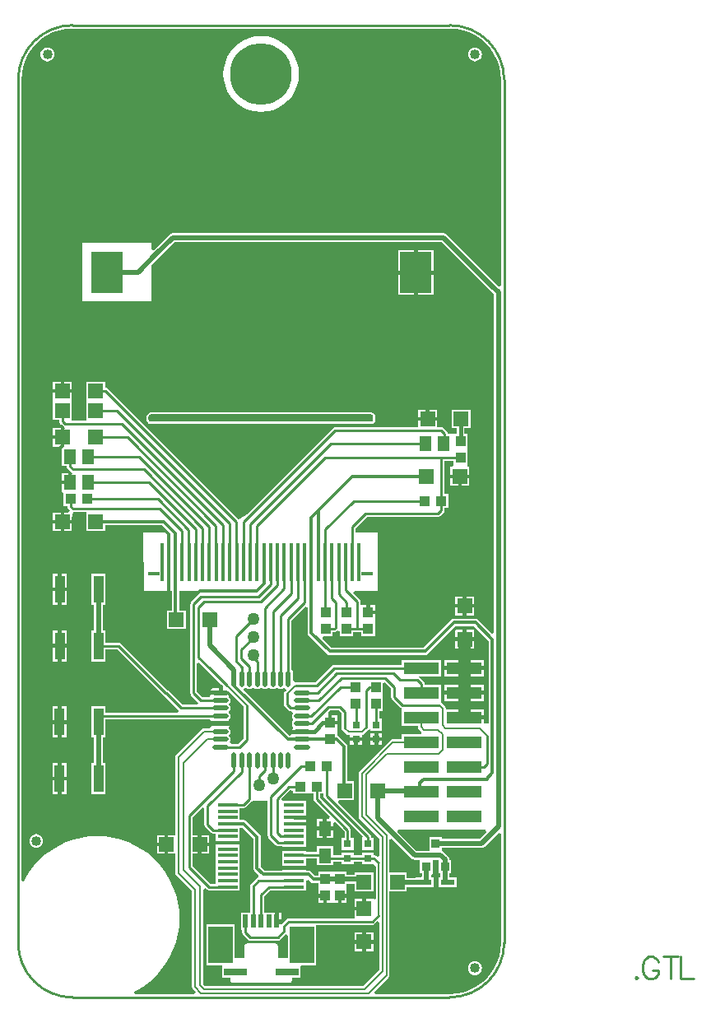
<source format=gtl>
%FSLAX24Y24*%
%MOIN*%
G70*
G01*
G75*
G04 Layer_Physical_Order=1*
G04 Layer_Color=255*
%ADD10R,0.0157X0.1575*%
%ADD11R,0.0600X0.0600*%
%ADD12C,0.0500*%
%ADD13R,0.0394X0.1102*%
%ADD14R,0.0600X0.0600*%
%ADD15R,0.1260X0.1654*%
%ADD16R,0.0433X0.0394*%
%ADD17R,0.0394X0.0433*%
%ADD18R,0.0500X0.0600*%
%ADD19R,0.0512X0.0591*%
%ADD20R,0.0315X0.0315*%
%ADD21R,0.0571X0.0217*%
%ADD22R,0.0197X0.0551*%
%ADD23R,0.0984X0.1496*%
%ADD24R,0.0925X0.0315*%
%ADD25R,0.1449X0.0500*%
%ADD26R,0.1449X0.0500*%
%ADD27R,0.0354X0.0374*%
%ADD28O,0.0217X0.0650*%
%ADD29O,0.0650X0.0217*%
%ADD30R,0.0807X0.0157*%
%ADD31C,0.0400*%
%ADD32C,0.0100*%
%ADD33C,0.0160*%
%ADD34C,0.0140*%
%ADD35C,0.0200*%
%ADD36C,0.0080*%
%ADD37C,0.0120*%
%ADD38C,0.0500*%
%ADD39C,0.0180*%
%ADD40C,0.0150*%
%ADD41C,0.0090*%
%ADD42R,0.0453X0.0157*%
G04:AMPARAMS|DCode=43|XSize=910mil|YSize=30mil|CornerRadius=7.5mil|HoleSize=0mil|Usage=FLASHONLY|Rotation=0.000|XOffset=0mil|YOffset=0mil|HoleType=Round|Shape=RoundedRectangle|*
%AMROUNDEDRECTD43*
21,1,0.9100,0.0150,0,0,0.0*
21,1,0.8950,0.0300,0,0,0.0*
1,1,0.0150,0.4475,-0.0075*
1,1,0.0150,-0.4475,-0.0075*
1,1,0.0150,-0.4475,0.0075*
1,1,0.0150,0.4475,0.0075*
%
%ADD43ROUNDEDRECTD43*%
%ADD44C,0.2500*%
G36*
X15923Y5628D02*
X15963Y5602D01*
X15983Y5588D01*
X16053Y5574D01*
X16278D01*
Y5572D01*
X16278D01*
Y5038D01*
X16352D01*
X16352Y4914D01*
X16281Y4844D01*
X16111D01*
Y4839D01*
X15730D01*
Y5045D01*
X15044D01*
Y6377D01*
X15136Y6415D01*
X15923Y5628D01*
D02*
G37*
G36*
X11841Y4675D02*
X11841D01*
Y4675D01*
D01*
X11841D01*
Y4675D01*
X11841D01*
X11841Y4675D01*
Y4675D01*
X11841Y4675D01*
Y4675D01*
X11890Y4642D01*
X11949Y4631D01*
X12154D01*
Y4487D01*
X12154Y4487D01*
X12154Y4411D01*
X12154D01*
Y4189D01*
X12431D01*
Y4114D01*
X12506D01*
Y3818D01*
X12708D01*
Y3818D01*
X12755D01*
X12779Y3818D01*
Y3818D01*
X12779Y3818D01*
X12779Y3818D01*
Y3818D01*
D01*
X12957D01*
Y4114D01*
X13031D01*
Y4189D01*
X13308D01*
Y4411D01*
D01*
Y4411D01*
X13308Y4411D01*
Y4487D01*
X13308D01*
Y4596D01*
X13620D01*
Y4285D01*
X14380D01*
Y4285D01*
X14408D01*
X14479Y4215D01*
Y3978D01*
X14386D01*
Y3978D01*
X14081D01*
Y3598D01*
X14006D01*
Y3523D01*
X13626D01*
Y3218D01*
D01*
Y3218D01*
X13613Y3205D01*
X10973D01*
X10922Y3195D01*
X10879Y3166D01*
X10743Y3030D01*
X10651Y3068D01*
Y3006D01*
X10472D01*
Y3081D01*
X10397D01*
Y3436D01*
X9975D01*
Y4089D01*
X10222Y4336D01*
X10688D01*
Y4310D01*
X11655D01*
Y4627D01*
X11655D01*
Y4731D01*
X11747Y4769D01*
X11841Y4675D01*
D02*
G37*
G36*
X7545Y7660D02*
Y6988D01*
X7555Y6937D01*
X7583Y6894D01*
X7583Y6894D01*
X7583Y6894D01*
X7800Y6678D01*
D01*
X7800Y6678D01*
X7800Y6678D01*
D01*
D01*
D01*
X7800Y6678D01*
Y6678D01*
X7843Y6649D01*
X7894Y6639D01*
X8011D01*
Y6613D01*
Y6357D01*
Y6335D01*
X8978D01*
Y6357D01*
Y6613D01*
Y6869D01*
Y6875D01*
X9080D01*
X9522Y6433D01*
Y5236D01*
X9522Y5236D01*
X9522D01*
X9534Y5178D01*
X9567Y5128D01*
X9744Y4951D01*
Y4936D01*
X9719Y4852D01*
X9693Y4847D01*
X9650Y4818D01*
X9434Y4602D01*
X9405Y4559D01*
X9395Y4508D01*
Y3436D01*
X9034D01*
Y2725D01*
X9080D01*
Y2618D01*
X9090Y2567D01*
X9119Y2524D01*
X9316Y2328D01*
X9316D01*
X9316Y2328D01*
X9316D01*
X9316Y2328D01*
Y2328D01*
X9316Y2328D01*
Y2328D01*
X9359Y2299D01*
X9409Y2289D01*
X10522D01*
X10572Y2299D01*
X10615Y2328D01*
Y2328D01*
X10615D01*
D01*
D01*
D01*
D01*
D01*
D01*
X10615D01*
D01*
X10615D01*
Y2328D01*
D01*
D01*
D01*
D01*
Y2328D01*
D01*
D01*
D01*
D01*
D01*
D01*
Y2328D01*
D01*
D01*
X10615D01*
D01*
D01*
D01*
X10832Y2544D01*
X10924Y2505D01*
Y1587D01*
X10515D01*
X10515Y2096D01*
X10508Y2128D01*
X10491Y2154D01*
X10464Y2172D01*
X10433Y2178D01*
X9252D01*
X9221Y2172D01*
X9194Y2154D01*
X9177Y2128D01*
X9170Y2096D01*
X9170Y1587D01*
X8761D01*
Y2964D01*
X7617D01*
Y1308D01*
X8247D01*
Y1271D01*
X8247D01*
Y796D01*
X8600D01*
Y679D01*
X8606Y648D01*
X8623Y621D01*
X8650Y604D01*
X8681Y598D01*
X11004D01*
X11035Y604D01*
X11062Y621D01*
X11079Y648D01*
X11085Y679D01*
Y796D01*
X11438D01*
Y1271D01*
D01*
Y1271D01*
X11475Y1308D01*
X12068D01*
Y2940D01*
X14351D01*
X14402Y2950D01*
X14445Y2979D01*
Y2979D01*
X14445D01*
D01*
D01*
D01*
D01*
D01*
D01*
X14445D01*
D01*
X14445D01*
Y2979D01*
D01*
D01*
D01*
D01*
Y2979D01*
D01*
D01*
D01*
D01*
D01*
D01*
Y2979D01*
D01*
D01*
X14445D01*
D01*
D01*
D01*
X14547Y3080D01*
X14639Y3042D01*
Y1122D01*
X13969Y452D01*
X7571D01*
X7492Y531D01*
Y4375D01*
X7585Y4413D01*
X7623Y4375D01*
X7666Y4346D01*
X7717Y4336D01*
X8011D01*
Y4310D01*
X8978D01*
Y4566D01*
Y4822D01*
Y5077D01*
Y5333D01*
Y5589D01*
Y5845D01*
Y6101D01*
Y6185D01*
X8011D01*
Y6101D01*
Y5845D01*
Y5589D01*
Y5333D01*
Y5077D01*
Y4822D01*
Y4601D01*
X7771D01*
X7047Y5325D01*
Y5811D01*
X7273D01*
Y6191D01*
Y6571D01*
X7047D01*
Y7293D01*
X7452Y7698D01*
X7545Y7660D01*
D02*
G37*
G36*
X18979Y6704D02*
X18688Y6414D01*
X17167D01*
Y6497D01*
X16652D01*
Y5963D01*
X16630Y5941D01*
X16129D01*
X15366Y6704D01*
X15405Y6797D01*
X18941D01*
X18979Y6704D01*
D02*
G37*
G36*
X19552Y6628D02*
Y2208D01*
X19554Y2200D01*
X19537Y1937D01*
X19484Y1671D01*
X19397Y1414D01*
X19277Y1171D01*
X19126Y945D01*
X18947Y741D01*
X18743Y562D01*
X18517Y412D01*
X18274Y292D01*
X18017Y204D01*
X17751Y151D01*
X17482Y134D01*
X17480Y136D01*
Y136D01*
X17464Y133D01*
X14466D01*
X14428Y225D01*
X15008Y805D01*
X15034Y844D01*
X15044Y891D01*
X15044D01*
Y891D01*
X15044D01*
Y891D01*
Y891D01*
X15044D01*
X15044Y891D01*
Y4285D01*
X15730D01*
Y4472D01*
X16111D01*
Y4467D01*
X16842D01*
Y4844D01*
X16719D01*
Y4967D01*
X16790Y5038D01*
X16793D01*
Y5572D01*
X16795Y5574D01*
X17026D01*
Y5572D01*
X17026Y5572D01*
X17026Y5572D01*
Y5038D01*
X17100D01*
Y4844D01*
X17036D01*
Y4467D01*
X17767D01*
Y4844D01*
X17467D01*
Y5038D01*
X17541D01*
Y5572D01*
X17467D01*
Y5581D01*
X17455Y5639D01*
X17453Y5651D01*
X17413Y5710D01*
X17236Y5888D01*
X17177Y5927D01*
X17165Y5930D01*
X17162Y5962D01*
X17167Y5963D01*
Y5963D01*
X17167D01*
X17167Y6047D01*
X18765D01*
X18823Y6058D01*
X18835Y6061D01*
X18894Y6101D01*
X19460Y6666D01*
X19552Y6628D01*
D02*
G37*
G36*
X11727Y15789D02*
Y14764D01*
X11727Y14764D01*
X11727D01*
X11739Y14705D01*
X11772Y14656D01*
X12520Y13908D01*
X12569Y13874D01*
X12628Y13863D01*
X16486D01*
X16545Y13874D01*
X16594Y13908D01*
X17711Y15024D01*
X18452D01*
X19048Y14428D01*
Y11086D01*
X18863D01*
Y11262D01*
X18059D01*
Y11337D01*
X17984D01*
Y11667D01*
X17317D01*
Y11703D01*
X17308Y11750D01*
X17297Y11765D01*
X17281Y11789D01*
X17180Y11891D01*
X17180Y11891D01*
X17151Y11934D01*
X17122Y11953D01*
Y12007D01*
X17123D01*
Y12667D01*
X16461D01*
Y12687D01*
X16451Y12738D01*
X16422Y12781D01*
X16422Y12781D01*
D01*
D01*
D01*
D01*
X16422Y12781D01*
D01*
D01*
X16422D01*
X16255Y12948D01*
X16212Y12977D01*
X16161Y12987D01*
X16181Y13007D01*
X17123D01*
Y13667D01*
X15514D01*
Y13469D01*
X12805D01*
X12754Y13459D01*
X12711Y13430D01*
X12048Y12767D01*
X11237D01*
X11214Y12763D01*
X11144Y12820D01*
X11137Y12831D01*
Y13110D01*
X11122Y13184D01*
X11081Y13246D01*
X11077Y13248D01*
Y15270D01*
X11635Y15827D01*
X11727Y15789D01*
D02*
G37*
G36*
X10556Y12500D02*
X10630Y12485D01*
X10703Y12500D01*
X10753Y12533D01*
X10843Y12490D01*
X10850Y12421D01*
X10835Y12406D01*
X10835Y12406D01*
X10792Y12377D01*
X10763Y12334D01*
X10753Y12283D01*
Y11870D01*
X10763Y11819D01*
X10792Y11776D01*
X10950Y11619D01*
D01*
X10950D01*
X10950Y11619D01*
X10950Y11619D01*
X10950D01*
D01*
X10950D01*
X10950Y11619D01*
Y11619D01*
X10950Y11619D01*
Y11619D01*
X10993Y11590D01*
X11043Y11580D01*
X11069D01*
X11116Y11492D01*
X11102Y11471D01*
X11088Y11398D01*
X11102Y11324D01*
X11144Y11262D01*
Y11218D01*
X11102Y11156D01*
X11088Y11083D01*
X11102Y11009D01*
X11144Y10947D01*
Y10903D01*
X11103Y10843D01*
X11496D01*
Y10693D01*
X11103D01*
X11109Y10684D01*
X11075Y10619D01*
X10976Y10604D01*
X9117Y12463D01*
X9129Y12500D01*
X9191Y12541D01*
X9234D01*
X9297Y12500D01*
X9370Y12485D01*
X9444Y12500D01*
X9506Y12541D01*
X9549D01*
X9612Y12500D01*
X9685Y12485D01*
X9758Y12500D01*
X9821Y12541D01*
X9864D01*
X9927Y12500D01*
X10000Y12485D01*
X10073Y12500D01*
X10136Y12541D01*
X10179D01*
X10242Y12500D01*
X10315Y12485D01*
X10388Y12500D01*
X10451Y12541D01*
X10494D01*
X10556Y12500D01*
D02*
G37*
G36*
X2205Y39238D02*
X17478D01*
X17480Y39237D01*
Y39238D01*
X17486Y39239D01*
X17751Y39221D01*
X18017Y39168D01*
X18274Y39081D01*
X18517Y38961D01*
X18743Y38811D01*
X18947Y38632D01*
X19126Y38428D01*
X19277Y38202D01*
X19397Y37959D01*
X19484Y37702D01*
X19537Y37436D01*
X19554Y37172D01*
X19552Y37165D01*
Y28839D01*
X19460Y28801D01*
X19341Y28920D01*
X19341Y28920D01*
X17361Y30900D01*
X17302Y30940D01*
X17290Y30942D01*
X17231Y30954D01*
X6268D01*
X6198Y30940D01*
X6138Y30900D01*
X5492Y30254D01*
X5400Y30292D01*
Y30550D01*
X2600D01*
Y28200D01*
X5400D01*
Y29643D01*
X5708Y29951D01*
X5708Y29951D01*
X6344Y30586D01*
X17155D01*
X19082Y28660D01*
X19082Y28660D01*
X19270Y28472D01*
Y14770D01*
X19177Y14732D01*
X18624Y15285D01*
X18574Y15318D01*
X18516Y15330D01*
X17648D01*
X17589Y15318D01*
X17539Y15285D01*
X16423Y14169D01*
X12691D01*
X12337Y14523D01*
X12376Y14615D01*
X12728D01*
Y14779D01*
X12795D01*
X12846Y14789D01*
X12889Y14818D01*
Y14818D01*
X12889D01*
D01*
D01*
D01*
D01*
D01*
D01*
X12889D01*
D01*
X12889D01*
D01*
D01*
X12889D01*
Y14818D01*
D01*
D01*
D01*
X12928Y14857D01*
X13020Y14818D01*
Y14615D01*
X13574D01*
Y14789D01*
X13896D01*
Y14625D01*
X14450D01*
Y15218D01*
D01*
Y15218D01*
X14450Y15218D01*
Y15294D01*
X14450D01*
Y15516D01*
X14173D01*
Y15590D01*
X14098D01*
Y15887D01*
X13934D01*
D01*
X13934D01*
Y15887D01*
X13934D01*
X13934D01*
Y15887D01*
X13896Y15887D01*
X13863Y15921D01*
Y16024D01*
X13853Y16074D01*
X13824Y16117D01*
X13577Y16364D01*
X13615Y16457D01*
X14537D01*
X14547Y16467D01*
Y18819D01*
X13656D01*
Y18990D01*
X14118Y19452D01*
X16991D01*
X17042Y19462D01*
X17085Y19491D01*
X17223Y19629D01*
X17252Y19672D01*
X17262Y19722D01*
Y19829D01*
X17426D01*
Y20383D01*
X17262D01*
Y21716D01*
X17640D01*
Y21552D01*
X17640D01*
Y21551D01*
X17569Y21480D01*
X17513D01*
Y21175D01*
X18273D01*
Y21480D01*
X18194D01*
Y21552D01*
X18194D01*
Y22145D01*
D01*
Y22145D01*
X18194Y22145D01*
Y22221D01*
X18194D01*
Y22814D01*
X18080D01*
Y23045D01*
X18317D01*
Y23805D01*
X17557D01*
Y23045D01*
X17754D01*
Y22814D01*
X17644D01*
D01*
X17644D01*
Y22814D01*
X17644D01*
X17644D01*
Y22814D01*
X17640Y22814D01*
X17640D01*
X17591D01*
X17573D01*
X17572D01*
X17569D01*
X17569Y22814D01*
D01*
Y22814D01*
D01*
X17569D01*
Y22814D01*
D01*
X17409D01*
Y22833D01*
X17399Y22883D01*
X17371Y22926D01*
X17233Y23064D01*
D01*
X17233Y23064D01*
D01*
D01*
D01*
X17233Y23064D01*
X17233Y23064D01*
X17190Y23093D01*
X17139Y23103D01*
X16967D01*
Y23350D01*
X16207D01*
Y23103D01*
X12840D01*
X12790Y23093D01*
X12747Y23064D01*
X9250Y19567D01*
X8932Y19355D01*
X3636Y24652D01*
D01*
X3636Y24652D01*
D01*
D01*
D01*
X3636Y24652D01*
X3636Y24652D01*
X3593Y24680D01*
X3542Y24690D01*
X3522D01*
Y24938D01*
X2762D01*
Y24178D01*
X2762Y24178D01*
X2762Y24141D01*
X2762D01*
Y23381D01*
D01*
Y23381D01*
X2733Y23352D01*
X2172D01*
Y23381D01*
X2172D01*
Y24107D01*
D01*
X2172Y24107D01*
X2172Y24107D01*
X2172D01*
X2172Y24107D01*
X2172Y24141D01*
Y24159D01*
Y24178D01*
X2172Y24211D01*
X2172Y24211D01*
X2172D01*
Y24483D01*
X1412D01*
Y24211D01*
Y24211D01*
X1412D01*
Y24211D01*
D01*
Y24211D01*
X1412D01*
X1412Y24178D01*
Y24141D01*
D01*
D01*
X1412D01*
Y23381D01*
X1659D01*
Y23333D01*
X1669Y23282D01*
X1698Y23239D01*
X1698Y23239D01*
X1698Y23239D01*
X1777Y23160D01*
X1739Y23068D01*
X1867D01*
Y22688D01*
Y22308D01*
X1757D01*
Y22266D01*
X1757D01*
Y21515D01*
X1960D01*
Y21507D01*
X1962Y21494D01*
X1970Y21456D01*
X1970Y21456D01*
Y21456D01*
X1999Y21413D01*
X2087Y21325D01*
X2049Y21232D01*
X2168D01*
Y20857D01*
X2093D01*
Y20782D01*
X1757D01*
Y20482D01*
X1765D01*
X1835Y20411D01*
Y19901D01*
X1999D01*
Y19873D01*
X2009Y19822D01*
X2038Y19779D01*
X2038Y19779D01*
X2038Y19779D01*
X2082Y19735D01*
X2044Y19643D01*
X1867D01*
Y19338D01*
X2172D01*
Y19406D01*
X2220Y19652D01*
X2762D01*
Y19643D01*
X2762D01*
Y18883D01*
X3522D01*
Y19110D01*
X5841D01*
X5953Y18998D01*
X5953Y18998D01*
X6040Y18911D01*
X6001Y18819D01*
X5079D01*
X5089Y16467D01*
X5098Y16457D01*
X6215D01*
Y15675D01*
X6022D01*
Y14915D01*
X6782D01*
Y15675D01*
X6521D01*
Y16457D01*
X7274D01*
X7353Y16377D01*
X7318Y16324D01*
X7013Y16019D01*
X6984Y15976D01*
X6974Y15925D01*
Y12313D01*
X6984Y12262D01*
X7013Y12219D01*
X7013Y12219D01*
X7013Y12219D01*
X7294Y11938D01*
X7284Y11913D01*
X7239Y11845D01*
X6659D01*
X6079Y12425D01*
X6058Y12439D01*
X4174Y14324D01*
D01*
X4174Y14324D01*
D01*
D01*
D01*
X4174Y14324D01*
X4174Y14324D01*
X4131Y14352D01*
X4080Y14363D01*
X3534D01*
Y14872D01*
X3441D01*
Y15893D01*
X3534D01*
Y17155D01*
X2980D01*
Y15893D01*
X3074D01*
Y14872D01*
X2980D01*
Y13609D01*
X3534D01*
Y14097D01*
X4025D01*
X5885Y12238D01*
D01*
X5885Y12238D01*
X5885Y12238D01*
D01*
D01*
D01*
X5885Y12238D01*
Y12238D01*
X5905Y12224D01*
X6507Y11623D01*
X6497Y11598D01*
X6451Y11530D01*
X3524D01*
Y11781D01*
X2970D01*
Y10519D01*
X3064D01*
Y9498D01*
X2970D01*
Y8235D01*
X3524D01*
Y9498D01*
X3431D01*
Y10519D01*
X3524D01*
Y11265D01*
X7762D01*
X7809Y11177D01*
X7796Y11158D01*
X8582D01*
X8541Y11218D01*
Y11262D01*
X8583Y11324D01*
X8597Y11398D01*
X8583Y11471D01*
X8541Y11533D01*
Y11577D01*
X8583Y11639D01*
X8597Y11713D01*
X8583Y11786D01*
X8541Y11848D01*
Y11892D01*
X8583Y11954D01*
X8597Y12028D01*
X8583Y12101D01*
X8541Y12163D01*
Y12207D01*
X8562Y12238D01*
X8662Y12248D01*
X9119Y11790D01*
Y10488D01*
X8902Y10270D01*
X8616D01*
X8569Y10359D01*
X8583Y10379D01*
X8597Y10453D01*
X8583Y10526D01*
X8541Y10588D01*
Y10632D01*
X8583Y10694D01*
X8597Y10768D01*
X8583Y10841D01*
X8541Y10903D01*
Y10947D01*
X8582Y11008D01*
X7796D01*
X7816Y10978D01*
X7769Y10890D01*
X7520D01*
X7473Y10881D01*
X7433Y10854D01*
X6403Y9825D01*
X6377Y9785D01*
X6368Y9738D01*
Y6571D01*
X6073D01*
Y6191D01*
Y5811D01*
X6368D01*
Y5040D01*
X6377Y4993D01*
X6403Y4953D01*
X7038Y4319D01*
Y420D01*
X7038Y420D01*
X7038D01*
X7047Y373D01*
X7073Y333D01*
X7182Y225D01*
X7144Y133D01*
X4731D01*
X4709Y230D01*
X4772Y260D01*
X5052Y428D01*
X5315Y623D01*
X5558Y842D01*
X5777Y1085D01*
X5972Y1348D01*
X6140Y1628D01*
X6280Y1924D01*
X6390Y2232D01*
X6470Y2550D01*
X6518Y2873D01*
X6534Y3200D01*
X6518Y3527D01*
X6470Y3850D01*
X6390Y4168D01*
X6280Y4476D01*
X6140Y4772D01*
X5972Y5052D01*
X5777Y5315D01*
X5558Y5558D01*
X5315Y5777D01*
X5052Y5972D01*
X4772Y6140D01*
X4476Y6280D01*
X4168Y6390D01*
X3850Y6470D01*
X3527Y6518D01*
X3200Y6534D01*
X2873Y6518D01*
X2550Y6470D01*
X2232Y6390D01*
X1924Y6280D01*
X1628Y6140D01*
X1348Y5972D01*
X1085Y5777D01*
X842Y5558D01*
X623Y5315D01*
X428Y5052D01*
X260Y4772D01*
X230Y4709D01*
X133Y4731D01*
Y37165D01*
X133Y37165D01*
X133D01*
X131Y37173D01*
X148Y37436D01*
X201Y37702D01*
X288Y37959D01*
X408Y38202D01*
X559Y38428D01*
X738Y38632D01*
X942Y38811D01*
X1168Y38962D01*
X1411Y39082D01*
X1668Y39169D01*
X1934Y39222D01*
X2197Y39239D01*
X2205Y39238D01*
D02*
G37*
G36*
X15104Y12514D02*
Y12156D01*
X15114Y12105D01*
X15142Y12062D01*
X15142Y12062D01*
X15143Y12062D01*
X15457Y11747D01*
D01*
X15457Y11747D01*
X15457Y11747D01*
D01*
D01*
D01*
X15457Y11747D01*
Y11747D01*
X15500Y11718D01*
X15514Y11715D01*
Y11667D01*
X15514D01*
Y11007D01*
X16197D01*
Y10955D01*
X16206Y10908D01*
X16232Y10868D01*
X16342Y10759D01*
X16317Y10701D01*
X16295Y10667D01*
X15514D01*
Y10459D01*
X15179D01*
X15132Y10450D01*
X15093Y10423D01*
X13831Y9161D01*
X13804Y9122D01*
X13795Y9075D01*
Y7323D01*
X13795Y7323D01*
X13795D01*
X13804Y7276D01*
X13831Y7236D01*
X14639Y6428D01*
Y5728D01*
X14547Y5690D01*
X14503Y5733D01*
X14460Y5762D01*
X14409Y5772D01*
X14401D01*
Y5858D01*
X13926D01*
Y5753D01*
X13584D01*
Y5858D01*
X13109D01*
Y5753D01*
X12751D01*
Y6119D01*
X12091D01*
Y5881D01*
X11655D01*
Y5929D01*
X10688D01*
Y5845D01*
Y5589D01*
Y5395D01*
X10688D01*
Y5311D01*
X11655D01*
Y5333D01*
X11655D01*
Y5589D01*
Y5615D01*
X12091D01*
Y5359D01*
X12751D01*
Y5488D01*
X13109D01*
Y5383D01*
X13584D01*
Y5488D01*
X13926D01*
Y5383D01*
X14401D01*
D01*
X14401Y5383D01*
X14401Y5383D01*
Y5383D01*
X14408D01*
X14479Y5312D01*
Y5045D01*
X14380D01*
Y5045D01*
X13620D01*
Y4964D01*
X13308D01*
Y5080D01*
X12755D01*
D01*
D01*
X12755Y5080D01*
X12708D01*
Y5080D01*
X12154D01*
Y4936D01*
X12012D01*
X11860Y5088D01*
X11810Y5122D01*
X11752Y5133D01*
X11655D01*
Y5139D01*
X11655D01*
Y5161D01*
X10688D01*
Y5133D01*
X9994D01*
X9828Y5300D01*
Y6496D01*
X9818Y6545D01*
X9816Y6555D01*
X9783Y6604D01*
X9252Y7136D01*
X9202Y7169D01*
X9144Y7181D01*
X8978D01*
Y7186D01*
Y7381D01*
Y7637D01*
Y7673D01*
X9144D01*
X9194Y7683D01*
X9237Y7711D01*
Y7711D01*
X9237D01*
D01*
D01*
D01*
D01*
D01*
D01*
X9237D01*
D01*
X9237D01*
Y7711D01*
D01*
D01*
D01*
D01*
Y7711D01*
D01*
D01*
D01*
D01*
D01*
D01*
Y7711D01*
D01*
D01*
X9237D01*
D01*
D01*
D01*
X9464Y7938D01*
Y7938D01*
X9464D01*
X9464D01*
D01*
Y7938D01*
X9464D01*
D01*
D01*
Y7938D01*
D01*
D01*
D01*
D01*
D01*
D01*
D01*
D01*
D01*
Y7938D01*
X9464D01*
D01*
D01*
D01*
X9487Y7972D01*
X10104D01*
Y6555D01*
X10114Y6504D01*
X10143Y6461D01*
X10142Y6461D01*
X10143Y6461D01*
X10438Y6166D01*
X10481Y6137D01*
X10532Y6127D01*
X10688D01*
Y6101D01*
Y6079D01*
X11655D01*
Y6101D01*
Y6357D01*
Y6613D01*
Y6930D01*
X11655D01*
Y6953D01*
X11171D01*
Y7103D01*
X11655D01*
Y7125D01*
X11655D01*
Y7208D01*
X11171D01*
Y7358D01*
X11655D01*
Y7442D01*
X11655D01*
Y7637D01*
X11655D01*
Y7954D01*
X10713D01*
X10675Y8046D01*
X11028Y8400D01*
X11121Y8362D01*
Y8257D01*
X11714D01*
Y8257D01*
X11714D01*
X11714Y8257D01*
X11790D01*
Y8257D01*
X11954D01*
Y8031D01*
X11964Y7981D01*
X11993Y7938D01*
X11993Y7938D01*
X11993Y7938D01*
X12619Y7312D01*
X12581Y7219D01*
X12496D01*
Y6914D01*
X12751D01*
Y7049D01*
X12844Y7087D01*
X13214Y6717D01*
Y6448D01*
X13109D01*
Y5973D01*
X13584D01*
Y6448D01*
X13479D01*
Y6772D01*
X13469Y6822D01*
X13440Y6865D01*
X12219Y8086D01*
Y8257D01*
X12358D01*
Y8169D01*
X12368Y8119D01*
X12396Y8076D01*
X12396Y8076D01*
X12396Y8076D01*
X13955Y6517D01*
X13926Y6448D01*
X13926D01*
X13926Y6448D01*
Y5973D01*
X14401D01*
Y6448D01*
X14296D01*
Y6496D01*
X14286Y6547D01*
X14257Y6590D01*
X12953Y7894D01*
X12991Y7986D01*
X13603D01*
Y8746D01*
X13346D01*
Y10153D01*
X13346Y10153D01*
X13335Y10208D01*
X13335D01*
D01*
D01*
X13335Y10208D01*
D01*
D01*
D01*
D01*
X13335Y10208D01*
D01*
D01*
Y10208D01*
D01*
X13335D01*
D01*
D01*
X13335D01*
D01*
D01*
X13304Y10254D01*
X13304Y10254D01*
X13004Y10554D01*
X12958Y10585D01*
X12915Y10593D01*
Y10749D01*
D01*
Y10749D01*
X12915Y10749D01*
Y10826D01*
X12915D01*
Y11047D01*
X12638D01*
Y11122D01*
X12563D01*
Y11419D01*
X12563Y11419D01*
X12563D01*
X12563Y11419D01*
X12563D01*
D01*
D01*
X12563Y11419D01*
D01*
D01*
X12560Y11556D01*
X12624Y11619D01*
X12977D01*
X13086Y11510D01*
Y10915D01*
X13096Y10865D01*
X13125Y10822D01*
X13125Y10822D01*
X13125Y10822D01*
X13133Y10814D01*
X13176Y10785D01*
X13176Y10785D01*
X13299Y10662D01*
X13339Y10635D01*
X13386Y10626D01*
X13444D01*
Y10528D01*
X13919D01*
Y10626D01*
X13964Y10635D01*
X14004Y10662D01*
X14155Y10813D01*
X14155Y10813D01*
X14198Y10841D01*
D01*
Y10841D01*
X14198Y10841D01*
Y10841D01*
Y10841D01*
X14270Y10876D01*
Y10806D01*
X14745D01*
Y11281D01*
X14640D01*
Y11593D01*
X14775D01*
Y12186D01*
D01*
Y12186D01*
X14775Y12186D01*
Y12263D01*
X14775D01*
Y12712D01*
X14867Y12750D01*
X15104Y12514D01*
D02*
G37*
G36*
X7633Y13263D02*
X7633Y13263D01*
X7928Y12967D01*
X7928Y12967D01*
X8268Y12627D01*
X8230Y12534D01*
X8264D01*
Y12342D01*
X8189D01*
Y12268D01*
X7796D01*
X7809Y12248D01*
X7762Y12160D01*
X7447D01*
X7239Y12368D01*
Y13526D01*
X7331Y13564D01*
X7633Y13263D01*
D02*
G37*
%LPC*%
G36*
X14745Y10378D02*
X14583D01*
Y10215D01*
X14745D01*
Y10378D01*
D02*
G37*
G36*
X18863Y11667D02*
X18134D01*
Y11412D01*
X18863D01*
Y11667D01*
D02*
G37*
G36*
X1598Y11075D02*
X1396D01*
Y10519D01*
X1598D01*
Y11075D01*
D02*
G37*
G36*
X14433Y10378D02*
X14270D01*
Y10215D01*
X14433D01*
Y10378D01*
D02*
G37*
G36*
X1949Y9498D02*
X1748D01*
Y8941D01*
X1949D01*
Y9498D01*
D02*
G37*
G36*
X13606Y10378D02*
X13444D01*
Y10215D01*
X13606D01*
Y10378D01*
D02*
G37*
G36*
X13919D02*
X13756D01*
Y10215D01*
X13919D01*
Y10378D01*
D02*
G37*
G36*
X1949Y11075D02*
X1748D01*
Y10519D01*
X1949D01*
Y11075D01*
D02*
G37*
G36*
X18863Y12262D02*
X18134D01*
Y12007D01*
X18863D01*
Y12262D01*
D02*
G37*
G36*
X17984D02*
X17254D01*
Y12007D01*
X17984D01*
Y12262D01*
D02*
G37*
G36*
X12915Y11419D02*
X12713D01*
Y11197D01*
X12915D01*
Y11419D01*
D02*
G37*
G36*
X1598Y11781D02*
X1396D01*
Y11225D01*
X1598D01*
Y11781D01*
D02*
G37*
G36*
X14433Y10690D02*
X14270D01*
Y10528D01*
X14433D01*
Y10690D01*
D02*
G37*
G36*
X1949Y11781D02*
X1748D01*
Y11225D01*
X1949D01*
Y11781D01*
D02*
G37*
G36*
X14745Y10690D02*
X14583D01*
Y10528D01*
X14745D01*
Y10690D01*
D02*
G37*
G36*
X1598Y9498D02*
X1396D01*
Y8941D01*
X1598D01*
Y9498D01*
D02*
G37*
G36*
X13931Y3978D02*
X13626D01*
Y3673D01*
X13931D01*
Y3978D01*
D02*
G37*
G36*
X10651Y3436D02*
X10547D01*
Y3156D01*
X10651D01*
Y3436D01*
D02*
G37*
G36*
X13308Y4039D02*
X13106D01*
Y3818D01*
X13308D01*
Y4039D01*
D02*
G37*
G36*
X12356D02*
X12154D01*
Y3818D01*
X12356D01*
Y4039D01*
D02*
G37*
G36*
X14386Y2628D02*
X14081D01*
Y2323D01*
X14386D01*
Y2628D01*
D02*
G37*
G36*
X13931Y2173D02*
X13626D01*
Y1868D01*
X13931D01*
Y2173D01*
D02*
G37*
G36*
X18504Y1464D02*
X18431Y1454D01*
X18363Y1426D01*
X18304Y1381D01*
X18259Y1322D01*
X18231Y1254D01*
X18222Y1181D01*
X18231Y1108D01*
X18259Y1040D01*
X18304Y981D01*
X18363Y937D01*
X18431Y908D01*
X18504Y899D01*
X18577Y908D01*
X18645Y937D01*
X18704Y981D01*
X18749Y1040D01*
X18777Y1108D01*
X18786Y1181D01*
X18777Y1254D01*
X18749Y1322D01*
X18704Y1381D01*
X18645Y1426D01*
X18577Y1454D01*
X18504Y1464D01*
D02*
G37*
G36*
X13931Y2628D02*
X13626D01*
Y2323D01*
X13931D01*
Y2628D01*
D02*
G37*
G36*
X14386Y2173D02*
X14081D01*
Y1868D01*
X14386D01*
Y2173D01*
D02*
G37*
G36*
X5923Y6116D02*
X5618D01*
Y5811D01*
X5923D01*
Y6116D01*
D02*
G37*
G36*
X12346Y7219D02*
X12091D01*
Y6914D01*
X12346D01*
Y7219D01*
D02*
G37*
G36*
X12751Y6764D02*
X12496D01*
Y6459D01*
X12751D01*
Y6764D01*
D02*
G37*
G36*
X1949Y8791D02*
X1748D01*
Y8235D01*
X1949D01*
Y8791D01*
D02*
G37*
G36*
X1598D02*
X1396D01*
Y8235D01*
X1598D01*
Y8791D01*
D02*
G37*
G36*
X12346Y6764D02*
X12091D01*
Y6459D01*
X12346D01*
Y6764D01*
D02*
G37*
G36*
X730Y6612D02*
X657Y6603D01*
X589Y6575D01*
X530Y6530D01*
X485Y6471D01*
X457Y6403D01*
X448Y6330D01*
X457Y6257D01*
X485Y6189D01*
X530Y6130D01*
X589Y6085D01*
X657Y6057D01*
X730Y6048D01*
X803Y6057D01*
X871Y6085D01*
X930Y6130D01*
X975Y6189D01*
X1003Y6257D01*
X1012Y6330D01*
X1003Y6403D01*
X975Y6471D01*
X930Y6530D01*
X871Y6575D01*
X803Y6603D01*
X730Y6612D01*
D02*
G37*
G36*
X7728Y6116D02*
X7423D01*
Y5811D01*
X7728D01*
Y6116D01*
D02*
G37*
G36*
Y6571D02*
X7423D01*
Y6266D01*
X7728D01*
Y6571D01*
D02*
G37*
G36*
X5923D02*
X5618D01*
Y6266D01*
X5923D01*
Y6571D01*
D02*
G37*
G36*
X17984Y12667D02*
X17254D01*
Y12412D01*
X17984D01*
Y12667D01*
D02*
G37*
G36*
X2018Y21232D02*
X1757D01*
Y20932D01*
X2018D01*
Y21232D01*
D02*
G37*
G36*
X18273Y21025D02*
X17968D01*
Y20720D01*
X18273D01*
Y21025D01*
D02*
G37*
G36*
X1717Y22613D02*
X1412D01*
Y22308D01*
X1717D01*
Y22613D01*
D02*
G37*
G36*
X14243Y23685D02*
X5443D01*
X5435Y23683D01*
X5368D01*
X5307Y23671D01*
X5256Y23637D01*
X5222Y23585D01*
X5209Y23525D01*
Y23457D01*
X5208Y23450D01*
X5209Y23443D01*
Y23375D01*
X5222Y23315D01*
X5256Y23263D01*
X5307Y23229D01*
X5368Y23217D01*
X5435D01*
X5443Y23215D01*
X14243D01*
X14250Y23217D01*
X14318D01*
X14378Y23229D01*
X14429Y23263D01*
X14464Y23315D01*
X14476Y23375D01*
Y23443D01*
X14477Y23450D01*
X14476Y23457D01*
Y23525D01*
X14464Y23585D01*
X14429Y23637D01*
X14378Y23671D01*
X14318Y23683D01*
X14250D01*
X14243Y23685D01*
D02*
G37*
G36*
X1717Y23068D02*
X1412D01*
Y22763D01*
X1717D01*
Y23068D01*
D02*
G37*
G36*
Y19188D02*
X1412D01*
Y18883D01*
X1717D01*
Y19188D01*
D02*
G37*
G36*
X1959Y17155D02*
X1757D01*
Y16599D01*
X1959D01*
Y17155D01*
D02*
G37*
G36*
X2172Y19188D02*
X1867D01*
Y18883D01*
X2172D01*
Y19188D01*
D02*
G37*
G36*
X17818Y21025D02*
X17513D01*
Y20720D01*
X17818D01*
Y21025D01*
D02*
G37*
G36*
X1717Y19643D02*
X1412D01*
Y19338D01*
X1717D01*
Y19643D01*
D02*
G37*
G36*
X16512Y23805D02*
X16207D01*
Y23500D01*
X16512D01*
Y23805D01*
D02*
G37*
G36*
X16817Y30257D02*
X16182D01*
Y29425D01*
X16817D01*
Y30257D01*
D02*
G37*
G36*
X16032D02*
X15397D01*
Y29425D01*
X16032D01*
Y30257D01*
D02*
G37*
G36*
X9843Y38936D02*
X9602Y38917D01*
X9368Y38861D01*
X9146Y38769D01*
X8940Y38643D01*
X8757Y38487D01*
X8601Y38304D01*
X8475Y38098D01*
X8383Y37876D01*
X8327Y37642D01*
X8308Y37402D01*
X8327Y37161D01*
X8383Y36927D01*
X8475Y36705D01*
X8601Y36499D01*
X8757Y36316D01*
X8940Y36160D01*
X9146Y36034D01*
X9368Y35942D01*
X9602Y35886D01*
X9843Y35867D01*
X10083Y35886D01*
X10317Y35942D01*
X10539Y36034D01*
X10745Y36160D01*
X10928Y36316D01*
X11084Y36499D01*
X11210Y36705D01*
X11302Y36927D01*
X11358Y37161D01*
X11377Y37402D01*
X11358Y37642D01*
X11302Y37876D01*
X11210Y38098D01*
X11084Y38304D01*
X10928Y38487D01*
X10745Y38643D01*
X10539Y38769D01*
X10317Y38861D01*
X10083Y38917D01*
X9843Y38936D01*
D02*
G37*
G36*
X18504Y38471D02*
X18431Y38462D01*
X18363Y38434D01*
X18304Y38389D01*
X18259Y38330D01*
X18231Y38262D01*
X18222Y38189D01*
X18231Y38116D01*
X18259Y38048D01*
X18304Y37989D01*
X18363Y37944D01*
X18431Y37916D01*
X18504Y37907D01*
X18577Y37916D01*
X18645Y37944D01*
X18704Y37989D01*
X18749Y38048D01*
X18777Y38116D01*
X18786Y38189D01*
X18777Y38262D01*
X18749Y38330D01*
X18704Y38389D01*
X18645Y38434D01*
X18577Y38462D01*
X18504Y38471D01*
D02*
G37*
G36*
X1181D02*
X1108Y38462D01*
X1040Y38434D01*
X981Y38389D01*
X937Y38330D01*
X908Y38262D01*
X899Y38189D01*
X908Y38116D01*
X937Y38048D01*
X981Y37989D01*
X1040Y37944D01*
X1108Y37916D01*
X1181Y37907D01*
X1254Y37916D01*
X1322Y37944D01*
X1381Y37989D01*
X1426Y38048D01*
X1454Y38116D01*
X1464Y38189D01*
X1454Y38262D01*
X1426Y38330D01*
X1381Y38389D01*
X1322Y38434D01*
X1254Y38462D01*
X1181Y38471D01*
D02*
G37*
G36*
X1717Y24938D02*
X1412D01*
Y24633D01*
X1717D01*
Y24938D01*
D02*
G37*
G36*
X16967Y23805D02*
X16662D01*
Y23500D01*
X16967D01*
Y23805D01*
D02*
G37*
G36*
X2172Y24938D02*
X1867D01*
Y24633D01*
X2172D01*
Y24938D01*
D02*
G37*
G36*
X16817Y29275D02*
X16182D01*
Y28444D01*
X16817D01*
Y29275D01*
D02*
G37*
G36*
X16032D02*
X15397D01*
Y28444D01*
X16032D01*
Y29275D01*
D02*
G37*
G36*
X1607Y17155D02*
X1406D01*
Y16599D01*
X1607D01*
Y17155D01*
D02*
G37*
G36*
Y14165D02*
X1406D01*
Y13609D01*
X1607D01*
Y14165D01*
D02*
G37*
G36*
X18863Y13667D02*
X18134D01*
Y13412D01*
X18863D01*
Y13667D01*
D02*
G37*
G36*
X1959Y14165D02*
X1757D01*
Y13609D01*
X1959D01*
Y14165D01*
D02*
G37*
G36*
X18461Y14427D02*
X18156D01*
Y14122D01*
X18461D01*
Y14427D01*
D02*
G37*
G36*
X18006D02*
X17701D01*
Y14122D01*
X18006D01*
Y14427D01*
D02*
G37*
G36*
X8114Y12534D02*
X7972D01*
X7899Y12520D01*
X7837Y12478D01*
X7796Y12418D01*
X8114D01*
Y12534D01*
D02*
G37*
G36*
X18863Y12667D02*
X18134D01*
Y12412D01*
X18863D01*
Y12667D01*
D02*
G37*
G36*
X17984Y13262D02*
X17254D01*
Y13007D01*
X17984D01*
Y13262D01*
D02*
G37*
G36*
Y13667D02*
X17254D01*
Y13412D01*
X17984D01*
Y13667D01*
D02*
G37*
G36*
X18863Y13262D02*
X18134D01*
Y13007D01*
X18863D01*
Y13262D01*
D02*
G37*
G36*
X1607Y14872D02*
X1406D01*
Y14315D01*
X1607D01*
Y14872D01*
D02*
G37*
G36*
Y16449D02*
X1406D01*
Y15893D01*
X1607D01*
Y16449D01*
D02*
G37*
G36*
X14450Y15887D02*
X14248D01*
Y15666D01*
X14450D01*
Y15887D01*
D02*
G37*
G36*
X1959Y16449D02*
X1757D01*
Y15893D01*
X1959D01*
Y16449D01*
D02*
G37*
G36*
X18461Y16232D02*
X18156D01*
Y15927D01*
X18461D01*
Y16232D01*
D02*
G37*
G36*
X18006D02*
X17701D01*
Y15927D01*
X18006D01*
Y16232D01*
D02*
G37*
G36*
Y14882D02*
X17701D01*
Y14577D01*
X18006D01*
Y14882D01*
D02*
G37*
G36*
X1959Y14872D02*
X1757D01*
Y14315D01*
X1959D01*
Y14872D01*
D02*
G37*
G36*
X18461Y14882D02*
X18156D01*
Y14577D01*
X18461D01*
Y14882D01*
D02*
G37*
G36*
Y15777D02*
X18156D01*
Y15472D01*
X18461D01*
Y15777D01*
D02*
G37*
G36*
X18006D02*
X17701D01*
Y15472D01*
X18006D01*
Y15777D01*
D02*
G37*
%LPD*%
D10*
X13809Y17628D02*
D03*
X13533D02*
D03*
X13258D02*
D03*
X12982D02*
D03*
X12707D02*
D03*
X12431D02*
D03*
X12156D02*
D03*
X11880D02*
D03*
X11604D02*
D03*
X11329D02*
D03*
X11053D02*
D03*
X10778D02*
D03*
X10502D02*
D03*
X10226D02*
D03*
X9951D02*
D03*
X9675D02*
D03*
X9400D02*
D03*
X9124D02*
D03*
X8848D02*
D03*
X8573D02*
D03*
X8297D02*
D03*
X8022D02*
D03*
X7746D02*
D03*
X7470D02*
D03*
X7195D02*
D03*
X6919D02*
D03*
X6644D02*
D03*
X6368D02*
D03*
X6093D02*
D03*
X5817D02*
D03*
D11*
X13223Y8366D02*
D03*
X14573D02*
D03*
X14000Y4665D02*
D03*
X15350D02*
D03*
X17893Y21100D02*
D03*
X16543D02*
D03*
X6402Y15295D02*
D03*
X7752D02*
D03*
X7348Y6191D02*
D03*
X5998D02*
D03*
X16587Y23425D02*
D03*
X17937D02*
D03*
X1792Y24558D02*
D03*
X3142D02*
D03*
Y23761D02*
D03*
X1792D02*
D03*
Y22688D02*
D03*
X3142D02*
D03*
X1792Y19263D02*
D03*
X3142D02*
D03*
D12*
X10315Y8858D02*
D03*
X9754Y8583D02*
D03*
X9530Y15325D02*
D03*
Y14587D02*
D03*
Y13868D02*
D03*
D13*
X3257Y16524D02*
D03*
X1682D02*
D03*
Y14240D02*
D03*
X3257Y14240D02*
D03*
X3247Y11150D02*
D03*
X1673D02*
D03*
Y8866D02*
D03*
X3247Y8866D02*
D03*
D14*
X14006Y2248D02*
D03*
Y3598D02*
D03*
X18081Y15852D02*
D03*
Y14502D02*
D03*
D15*
X3588Y29350D02*
D03*
X16107D02*
D03*
D16*
X17129Y20106D02*
D03*
X16460Y20106D02*
D03*
X2132Y20178D02*
D03*
X2801D02*
D03*
X12087Y8533D02*
D03*
X11417D02*
D03*
X12490Y9370D02*
D03*
X11821D02*
D03*
D17*
X14173Y14921D02*
D03*
Y15591D02*
D03*
X13297Y15581D02*
D03*
Y14911D02*
D03*
X12451Y14911D02*
D03*
Y15581D02*
D03*
X12431Y4783D02*
D03*
Y4114D02*
D03*
X12638Y10453D02*
D03*
Y11122D02*
D03*
X17917Y22518D02*
D03*
Y21848D02*
D03*
X13032Y4783D02*
D03*
Y4114D02*
D03*
X14498Y12559D02*
D03*
Y11890D02*
D03*
X13671Y12569D02*
D03*
Y11900D02*
D03*
D18*
X12421Y6839D02*
D03*
Y5739D02*
D03*
D19*
X16490Y22439D02*
D03*
X17238D02*
D03*
X2841Y21890D02*
D03*
X2093D02*
D03*
Y20857D02*
D03*
X2841D02*
D03*
D20*
X13346Y6211D02*
D03*
Y5620D02*
D03*
X14163Y6211D02*
D03*
Y5620D02*
D03*
X14508Y10453D02*
D03*
Y11043D02*
D03*
X13681Y10453D02*
D03*
Y11043D02*
D03*
D21*
X17402Y4656D02*
D03*
X16476Y4656D02*
D03*
D22*
X9213Y3081D02*
D03*
X9528D02*
D03*
X9843D02*
D03*
X10157D02*
D03*
X10472D02*
D03*
D23*
X8189Y2136D02*
D03*
X11496D02*
D03*
D24*
X10896Y1033D02*
D03*
X8789D02*
D03*
D25*
X16319Y13337D02*
D03*
Y12337D02*
D03*
Y11337D02*
D03*
Y8337D02*
D03*
Y9337D02*
D03*
Y10337D02*
D03*
Y7337D02*
D03*
D26*
X18059Y11337D02*
D03*
Y12337D02*
D03*
Y13337D02*
D03*
Y10337D02*
D03*
Y9337D02*
D03*
Y8337D02*
D03*
Y7337D02*
D03*
D27*
X16535Y5305D02*
D03*
X17283Y5305D02*
D03*
X16909Y6230D02*
D03*
D28*
X9685Y9587D02*
D03*
X10945Y12894D02*
D03*
X10630D02*
D03*
X10315D02*
D03*
X10000D02*
D03*
X9685D02*
D03*
X9370D02*
D03*
X9055D02*
D03*
X8740D02*
D03*
Y9587D02*
D03*
X9055D02*
D03*
X9370D02*
D03*
X10000D02*
D03*
X10315D02*
D03*
X10630D02*
D03*
X10945D02*
D03*
D29*
X8189Y12343D02*
D03*
Y12028D02*
D03*
Y11713D02*
D03*
Y11398D02*
D03*
Y11083D02*
D03*
Y10768D02*
D03*
Y10453D02*
D03*
Y10138D02*
D03*
X11496D02*
D03*
Y10453D02*
D03*
Y10768D02*
D03*
Y11083D02*
D03*
Y11398D02*
D03*
Y11713D02*
D03*
Y12028D02*
D03*
Y12343D02*
D03*
D30*
X11171Y4469D02*
D03*
X11171Y4724D02*
D03*
X11171Y4980D02*
D03*
X11171Y5236D02*
D03*
X11171Y5492D02*
D03*
Y5748D02*
D03*
Y6004D02*
D03*
Y6260D02*
D03*
Y6516D02*
D03*
Y6772D02*
D03*
X11171Y7028D02*
D03*
X11171Y7283D02*
D03*
X11171Y7539D02*
D03*
X11171Y7795D02*
D03*
X8494Y4469D02*
D03*
Y4724D02*
D03*
Y4980D02*
D03*
Y5236D02*
D03*
Y5492D02*
D03*
Y5748D02*
D03*
Y6004D02*
D03*
Y6260D02*
D03*
Y6516D02*
D03*
Y6772D02*
D03*
Y7028D02*
D03*
Y7283D02*
D03*
Y7539D02*
D03*
Y7795D02*
D03*
D31*
X1181Y38189D02*
D03*
X18504Y1181D02*
D03*
X730Y6330D02*
D03*
X18504Y38189D02*
D03*
D32*
X12418Y21848D02*
X17917D01*
X17129Y19722D02*
Y21839D01*
X9665Y17904D02*
Y19095D01*
X17119Y21848D02*
X17129Y21839D01*
X9665Y19095D02*
X12418Y21848D01*
X12659Y22439D02*
X16529D01*
X9390Y18110D02*
Y19170D01*
X12659Y22439D01*
X12840Y22970D02*
X17139D01*
X9114Y18238D02*
Y19244D01*
X17277Y22439D02*
Y22833D01*
X9114Y19244D02*
X12840Y22970D01*
X16162Y20106D02*
X16460Y20106D01*
X14063Y19585D02*
X16991D01*
X13524Y19045D02*
X14035Y19557D01*
X14025Y19546D02*
X14063Y19585D01*
X3542Y24558D02*
X8839Y19261D01*
X3142Y24558D02*
X3542D01*
X8839Y18218D02*
Y19261D01*
X6634Y18287D02*
Y18896D01*
X2220Y19784D02*
X5746D01*
X6634Y18896D01*
X6909Y18218D02*
Y18941D01*
X2801Y20178D02*
X5672D01*
X6909Y18941D01*
X7185Y17923D02*
Y18975D01*
X2841Y20857D02*
X5303D01*
X7185Y18975D01*
X7461Y18120D02*
Y19009D01*
X2220Y21379D02*
X5091D01*
X7461Y19009D01*
X8563Y18169D02*
Y19197D01*
X3142Y23761D02*
X3999D01*
X8563Y19197D01*
X8297Y18278D02*
Y19133D01*
X1906Y23219D02*
X4211D01*
X8297Y19133D01*
X8012Y18091D02*
Y19098D01*
X3142Y22688D02*
X4422D01*
X8012Y19098D01*
X7736Y18071D02*
Y19054D01*
X2841Y21890D02*
X4900D01*
X7736Y19054D01*
X6604Y11713D02*
X8258D01*
X5978Y12332D02*
X5985D01*
X6604Y11713D01*
X3280Y14230D02*
X4080D01*
X5978Y12332D01*
X3232Y11398D02*
X8248D01*
X3230Y11400D02*
X3232Y11398D01*
X8189Y10138D02*
X8957D01*
X9252Y10433D02*
Y11831D01*
X8957Y10138D02*
X9252Y10433D01*
X10886Y11870D02*
Y12283D01*
Y11870D02*
X11043Y11713D01*
X11496D01*
X10522Y2421D02*
X10778Y2677D01*
X9213Y2618D02*
X9409Y2421D01*
X9213Y2618D02*
Y3081D01*
X9744Y4724D02*
X10856D01*
X9528Y4508D02*
X9744Y4724D01*
X9528Y3031D02*
Y4508D01*
X10167Y4469D02*
X10856D01*
X9843Y4144D02*
X10167Y4469D01*
X9843Y3012D02*
Y4144D01*
X2132Y19873D02*
Y20178D01*
Y19873D02*
X2220Y19784D01*
X2093Y21507D02*
X2220Y21379D01*
X2093Y21507D02*
Y21890D01*
X1792Y23333D02*
X1906Y23219D01*
X1792Y23333D02*
Y23761D01*
X9370Y12894D02*
Y13396D01*
X9518Y13760D02*
X9685Y13593D01*
Y12894D02*
Y13593D01*
X9045Y13720D02*
X9370Y13396D01*
X8819Y13612D02*
X9055Y13376D01*
Y12894D02*
Y13376D01*
X17139Y22970D02*
X17277Y22833D01*
X12707Y16152D02*
Y18140D01*
Y16152D02*
X12854Y16004D01*
Y14970D02*
Y16004D01*
X12795Y14911D02*
X12854Y14970D01*
X12451Y14911D02*
X12795D01*
X13297Y14911D02*
X13307Y14921D01*
X16991Y19585D02*
X17129Y19722D01*
X13524Y18159D02*
Y19045D01*
X18874Y9337D02*
X18986Y9449D01*
X18059Y9337D02*
X18874D01*
X18986Y9449D02*
Y10600D01*
X8022Y13061D02*
X8462Y12621D01*
X7530Y16024D02*
X9843D01*
X10502Y16683D01*
Y17323D01*
X10492Y17333D02*
X10502Y17323D01*
X10226Y16713D02*
Y17628D01*
X9744Y16230D02*
X10226Y16713D01*
X7411Y16230D02*
X9744D01*
X13297Y15581D02*
Y16004D01*
X12982Y16319D02*
X13297Y16004D01*
X12982Y16319D02*
Y17628D01*
X13258Y16496D02*
X13730Y16024D01*
X13258Y16496D02*
Y17254D01*
X13307Y14921D02*
X14173D01*
X13730D02*
Y16024D01*
X9045Y14085D02*
X9547Y14587D01*
X9045Y13720D02*
Y14085D01*
X7313Y15807D02*
X7418Y15912D01*
X7418D02*
X7530Y16024D01*
X7106Y12313D02*
Y15925D01*
X7411Y16230D01*
X9144Y7805D02*
X9370Y8031D01*
X8179Y7795D02*
X8494D01*
X8494Y7805D02*
X9144D01*
X9370Y8031D02*
Y9636D01*
X7677Y6988D02*
Y7756D01*
Y6988D02*
X7894Y6772D01*
X7677Y7756D02*
X9055Y9134D01*
X7894Y6772D02*
X8494D01*
X9055Y9134D02*
Y9665D01*
X7717Y4469D02*
X8494D01*
X8740Y9173D02*
Y9587D01*
X7106Y12313D02*
X7392Y12028D01*
X8189D01*
X7313Y13770D02*
X7751Y13331D01*
X7726Y13356D02*
X8022Y13061D01*
X7313Y13770D02*
Y15807D01*
X10945Y12894D02*
Y15325D01*
X11604Y15984D01*
Y18238D01*
X10630Y12894D02*
Y15472D01*
X11319Y16161D01*
Y18150D01*
X10315Y12894D02*
Y15620D01*
X11053Y16358D01*
Y18051D01*
X10000Y12894D02*
Y15768D01*
X10778Y16545D01*
Y16545D02*
Y17648D01*
X8819Y13612D02*
Y14616D01*
X9547Y15344D01*
X10856Y5748D02*
X12421D01*
X14134Y5620D02*
X14154Y5640D01*
X14409D02*
X14591Y5458D01*
X12392Y5620D02*
X14134D01*
X12087Y8031D02*
Y8533D01*
Y8031D02*
X13346Y6772D01*
Y6211D02*
Y6772D01*
X12490Y8169D02*
Y9370D01*
Y8169D02*
X14163Y6496D01*
Y6211D02*
Y6496D01*
X10640Y6516D02*
X11171D01*
X10482Y6673D02*
X10640Y6516D01*
X10482Y6673D02*
Y8041D01*
X10974Y8533D01*
X11417D01*
X10532Y6260D02*
X11171D01*
X10236Y6555D02*
X10532Y6260D01*
X10236Y6555D02*
Y8140D01*
X11467Y9370D01*
X11821D01*
X10315Y8858D02*
Y9587D01*
X10000Y9193D02*
Y9587D01*
X9754Y8947D02*
X10000Y9193D01*
X9754Y8583D02*
Y8947D01*
X15551Y11841D02*
X17057D01*
X13681Y11043D02*
Y11880D01*
X14508Y11043D02*
Y11890D01*
X14104Y10935D02*
Y12421D01*
X14242Y12559D01*
X14498D01*
X16161Y12854D02*
X16329Y12687D01*
X15472Y12854D02*
X16161D01*
X15207Y13120D02*
X15472Y12854D01*
X14865Y12940D02*
X15236Y12569D01*
Y12156D02*
X15551Y11841D01*
X15236Y12156D02*
Y12569D01*
X12569Y11752D02*
X13032D01*
X13218Y11565D01*
Y10915D02*
X13227Y10907D01*
X13218Y10915D02*
Y11565D01*
X11496Y11083D02*
X11900D01*
X12569Y11752D01*
X11880Y11398D02*
X13051Y12569D01*
X11496Y11398D02*
X11880D01*
X13051Y12569D02*
X13671D01*
X12175Y12028D02*
X13088Y12940D01*
X11476Y12028D02*
X12175D01*
X13088Y12940D02*
X14865D01*
X12136Y12343D02*
X12913Y13120D01*
X11496Y12343D02*
X12136D01*
X12913Y13120D02*
X15207D01*
X16329Y12323D02*
Y12687D01*
X11237Y12635D02*
X12103D01*
X12805Y13337D01*
X16319D01*
X6915Y5270D02*
Y7348D01*
X7641Y8074D02*
X8740Y9173D01*
X6915Y5270D02*
X7717Y4469D01*
X6915Y7348D02*
X7641Y8074D01*
X2008Y21334D02*
X2116Y21227D01*
X1718Y23150D02*
X1816Y23055D01*
X17726Y14970D02*
X17746D01*
X17608Y14852D02*
X17726Y14970D01*
X9409Y2421D02*
X10522D01*
X10973Y3072D02*
X14351D01*
X10778Y2877D02*
X10973Y3072D01*
X10778Y2677D02*
Y2877D01*
X14163Y5640D02*
X14409D01*
X14351Y3072D02*
X14591Y3312D01*
X12431Y18951D02*
X13586Y20106D01*
X12431Y15610D02*
Y18951D01*
X13586Y20106D02*
X16162D01*
X-0Y2202D02*
G03*
X2204Y-2I2205J0D01*
G01*
X17480Y3D02*
G03*
X19685Y2208I-0J2205D01*
G01*
Y37165D02*
G03*
X17480Y39370I-2205J-0D01*
G01*
X2205Y39370D02*
G03*
X0Y37165I0J-2205D01*
G01*
X19685Y2208D02*
Y37165D01*
X0Y2202D02*
Y37165D01*
X2205Y39370D02*
X17480D01*
X2202Y0D02*
X17477D01*
D33*
X17917Y22518D02*
Y23405D01*
D34*
X6368Y15315D02*
Y18799D01*
X3142Y19263D02*
X5905D01*
X6061Y19106D02*
X6368Y18799D01*
X5905Y19263D02*
X6061Y19106D01*
X16270Y8691D02*
X16417Y8839D01*
X16270Y8346D02*
Y8691D01*
X16486Y14016D02*
X17648Y15177D01*
X11880Y14764D02*
X12628Y14016D01*
X16486D01*
X9144Y7028D02*
X9675Y6496D01*
Y5236D02*
Y6496D01*
Y5236D02*
X9931Y4980D01*
X11949Y4783D02*
X12421D01*
X11752Y4980D02*
X11949Y4783D01*
X9931Y4980D02*
X11752D01*
X8179Y7028D02*
X9144D01*
X10423Y5482D02*
Y5837D01*
X10591Y6004D01*
X11171D01*
X10423Y5482D02*
X10669Y5236D01*
X11171D01*
X5955Y18898D02*
X6093Y18760D01*
Y16211D02*
Y18760D01*
X9951Y16762D02*
Y17628D01*
X9656Y16467D02*
X9951Y16762D01*
X7372Y16467D02*
X9656D01*
X7247Y16348D02*
X7365Y16467D01*
X10728Y3196D02*
Y3219D01*
X10650Y3040D02*
X10775Y3165D01*
X19201Y9091D02*
Y14492D01*
X18516Y15177D02*
X19201Y14492D01*
X17648Y15177D02*
X18516D01*
X10540Y3040D02*
X10650D01*
X10530Y3050D02*
X10540Y3040D01*
X18949Y8839D02*
X19201Y9091D01*
X11880Y14764D02*
Y19430D01*
X12156Y17864D02*
Y19706D01*
X11880Y19430D02*
X13531Y21081D01*
X16417Y8839D02*
X18986D01*
X13531Y21081D02*
X16600D01*
D35*
X3257Y14337D02*
Y16611D01*
X7657Y11083D02*
X8642D01*
X16535Y5305D02*
X16535Y4665D01*
X14553Y7258D02*
Y8356D01*
X16270D01*
Y8346D02*
X16319D01*
X15364Y4656D02*
X16447D01*
X12416Y4780D02*
X14070D01*
X7752Y14256D02*
Y15295D01*
Y14256D02*
X8740Y13268D01*
Y12874D02*
Y13268D01*
X3247Y8817D02*
Y11091D01*
X16053Y5758D02*
X17106D01*
X17283Y5581D01*
Y4675D02*
Y5581D01*
X14553Y7258D02*
X16053Y5758D01*
X19453Y6919D02*
Y28548D01*
X18765Y6230D02*
X19453Y6919D01*
X3588Y29350D02*
X4848D01*
X16909Y6230D02*
X18765D01*
X5579Y30081D02*
X6268Y30770D01*
X17231D01*
X4848Y29350D02*
X5579Y30081D01*
X19211Y28790D02*
X19453Y28548D01*
X17231Y30770D02*
X19211Y28790D01*
D36*
X6490Y5040D02*
Y9738D01*
Y5040D02*
X7160Y4370D01*
Y420D02*
X7410Y170D01*
X14200D01*
X7160Y420D02*
Y4370D01*
X7520Y330D02*
X14020D01*
X7370Y480D02*
X7520Y330D01*
X6700Y5160D02*
Y9495D01*
Y5160D02*
X7370Y4490D01*
Y480D02*
Y4490D01*
X16319Y10955D02*
Y11337D01*
Y10955D02*
X16437Y10837D01*
X7657Y10453D02*
X8189D01*
X8740Y12638D02*
Y12736D01*
X8462Y12621D02*
X9252Y11831D01*
X17185Y10020D02*
Y10659D01*
X17018Y9852D02*
X17185Y10020D01*
X16437Y10837D02*
X17008D01*
X17185Y10659D01*
X17313Y10896D02*
X18691D01*
X17195Y11014D02*
X17313Y10896D01*
X17195Y11014D02*
Y11703D01*
X17057Y11841D02*
X17195Y11703D01*
X18691Y10896D02*
X18986Y10600D01*
X14094Y9016D02*
X14931Y9852D01*
X17018D01*
X13917Y9075D02*
X15179Y10337D01*
X16319D01*
X7520Y10768D02*
X8189D01*
X14094Y7382D02*
Y9016D01*
X13917Y7323D02*
X14761Y6479D01*
X13917Y7323D02*
Y9075D01*
X13386Y10748D02*
X13917D01*
X14104Y10935D01*
X14094Y7382D02*
X14921Y6555D01*
X13227Y10907D02*
X13386Y10748D01*
X10886Y12283D02*
X11237Y12635D01*
X14584Y3305D02*
X14601Y3322D01*
Y5458D01*
X14200Y170D02*
X14921Y891D01*
X6490Y9738D02*
X7520Y10768D01*
X14921Y891D02*
Y6555D01*
X14020Y330D02*
X14761Y1071D01*
X6700Y9495D02*
X7657Y10453D01*
X14761Y1071D02*
Y6479D01*
D37*
X1669Y22218D02*
X1789Y22338D01*
X8642Y11083D02*
X8780Y11220D01*
Y12047D01*
X8484Y12343D02*
X8780Y12047D01*
X10925Y10453D02*
X11496D01*
X8740Y12638D02*
X10925Y10453D01*
X6368Y15358D02*
X6431Y15295D01*
X12904Y10453D02*
X13203Y10153D01*
X11083Y10453D02*
X12904D01*
X13203Y8356D02*
Y10153D01*
X8189Y12343D02*
X8484D01*
D38*
X18059Y11417D02*
Y14520D01*
D39*
X11998Y10768D02*
X12343Y11112D01*
X10994Y10768D02*
X11998D01*
X12343Y11112D02*
X12648D01*
D40*
X8189Y12342D02*
Y12598D01*
D41*
X14432Y4040D02*
X14434Y5288D01*
X25043Y835D02*
X25000Y792D01*
X25043Y749D01*
X25086Y792D01*
X25043Y835D01*
X25926Y1435D02*
X25883Y1520D01*
X25797Y1606D01*
X25712Y1649D01*
X25540D01*
X25455Y1606D01*
X25369Y1520D01*
X25326Y1435D01*
X25283Y1306D01*
Y1092D01*
X25326Y963D01*
X25369Y878D01*
X25455Y792D01*
X25540Y749D01*
X25712D01*
X25797Y792D01*
X25883Y878D01*
X25926Y963D01*
Y1092D01*
X25712D02*
X25926D01*
X26432Y1649D02*
Y749D01*
X26132Y1649D02*
X26731D01*
X26839D02*
Y749D01*
X27353D01*
D42*
X14114Y17156D02*
D03*
X5512D02*
D03*
D43*
X9843Y23450D02*
D03*
D44*
Y37402D02*
D03*
M02*

</source>
